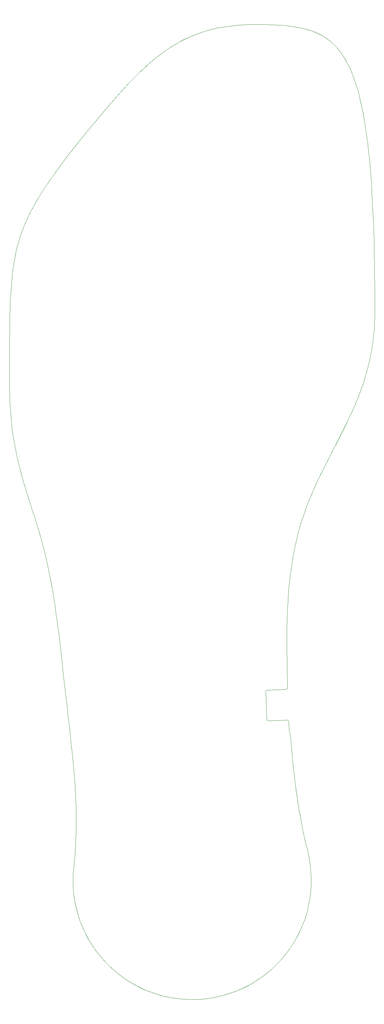
<source format=gm1>
G04 #@! TF.GenerationSoftware,KiCad,Pcbnew,(5.0.0)*
G04 #@! TF.CreationDate,2020-01-29T13:43:46+01:00*
G04 #@! TF.ProjectId,Insole_PCB,496E736F6C655F5043422E6B69636164,rev?*
G04 #@! TF.SameCoordinates,Original*
G04 #@! TF.FileFunction,Profile,NP*
%FSLAX46Y46*%
G04 Gerber Fmt 4.6, Leading zero omitted, Abs format (unit mm)*
G04 Created by KiCad (PCBNEW (5.0.0)) date 01/29/20 13:43:46*
%MOMM*%
%LPD*%
G01*
G04 APERTURE LIST*
%ADD10C,0.100000*%
G04 APERTURE END LIST*
D10*
X124822224Y-132579395D02*
X124490904Y-130733200D01*
X125584346Y-136096733D02*
X125187716Y-134364257D01*
X123730009Y-124746098D02*
X123562328Y-122578257D01*
X123942188Y-126823821D02*
X123730009Y-124746098D01*
X124196650Y-128817244D02*
X123942188Y-126823821D01*
X124490904Y-130733200D02*
X124196650Y-128817244D01*
X126008966Y-137786087D02*
X125584346Y-136096733D01*
X125187716Y-134364257D02*
X124822224Y-132579395D01*
X137250170Y-191724565D02*
X137011024Y-189581776D01*
X138406022Y-201949793D02*
X138181482Y-199971595D01*
X138625759Y-203900899D02*
X138625422Y-203897599D01*
X141329619Y-252637310D02*
X140779202Y-250993700D01*
X140779202Y-250993700D02*
X140323785Y-249321270D01*
X140119818Y-220463121D02*
X139896690Y-216910735D01*
X139477209Y-242454159D02*
X139512819Y-240721201D01*
X137486766Y-193836303D02*
X137250170Y-191724565D01*
X143531288Y-257341920D02*
X142707923Y-255816640D01*
X137721047Y-195914982D02*
X137486766Y-193836303D01*
X138181422Y-199971293D02*
X137952812Y-197959912D01*
X138181482Y-199971595D02*
X138181422Y-199971293D01*
X138406196Y-201951493D02*
X138406022Y-201949793D01*
X139893790Y-216871725D02*
X139597626Y-213280698D01*
X139043322Y-207709664D02*
X138838869Y-205821885D01*
X140290999Y-227697615D02*
X140288599Y-225909334D01*
X150163190Y-265288350D02*
X148874016Y-264129710D01*
X139703606Y-245911986D02*
X139540879Y-244186314D01*
X146505011Y-261600750D02*
X145432951Y-260238730D01*
X140323785Y-249321270D02*
X139964860Y-247625507D01*
X139595126Y-213252128D02*
X139240522Y-209594054D01*
X136004850Y-180776303D02*
X135450322Y-176362849D01*
X140117323Y-233247915D02*
X140205493Y-231413582D01*
X138625422Y-203897599D02*
X138406196Y-201951493D01*
X134491503Y-169808396D02*
X134138082Y-167721589D01*
X145432951Y-260238730D02*
X144440627Y-258817560D01*
X137011024Y-189581776D02*
X137010922Y-189580576D01*
X126458328Y-139441710D02*
X126008966Y-137786087D01*
X126929063Y-141072917D02*
X126458328Y-139441710D01*
X147653291Y-262899160D02*
X146505011Y-261600750D01*
X127416897Y-142686062D02*
X126929063Y-141072917D01*
X131028759Y-154244567D02*
X130524375Y-152535404D01*
X128435561Y-145912646D02*
X127416897Y-142686062D01*
X139540879Y-244186314D02*
X139477209Y-242454159D01*
X142707923Y-255816640D02*
X141973231Y-254246710D01*
X129477352Y-149163014D02*
X128435561Y-145912646D01*
X135146824Y-174139096D02*
X134832048Y-171979987D01*
X139838676Y-237045411D02*
X139992369Y-235169493D01*
X137010922Y-189580576D02*
X136521719Y-185220205D01*
X132011777Y-157835347D02*
X131535206Y-156044016D01*
X137952812Y-197959912D02*
X137721047Y-195914982D01*
X139994869Y-235136013D02*
X140115423Y-233281625D01*
X140257296Y-224057019D02*
X140119453Y-220460707D01*
X130516175Y-152508387D02*
X129482852Y-149180379D01*
X140288316Y-225878514D02*
X140258496Y-224099549D01*
X141973231Y-254246710D02*
X141329619Y-252637310D01*
X131527706Y-156016357D02*
X131035759Y-154268739D01*
X132478389Y-159704706D02*
X132019577Y-157865449D01*
X148874016Y-264129710D02*
X147653291Y-262899160D01*
X144440627Y-258817560D02*
X143531288Y-257341920D01*
X139239022Y-209578824D02*
X139044097Y-207716764D01*
X132925171Y-161626002D02*
X132485989Y-159736096D01*
X136520822Y-185212205D02*
X136007050Y-180794603D01*
X133350396Y-163599498D02*
X132932271Y-161657682D01*
X140264297Y-229530612D02*
X140290807Y-227729735D01*
X139512819Y-240721201D02*
X139650437Y-238956424D01*
X135447522Y-176341799D02*
X135149424Y-174157206D01*
X139964860Y-247625507D02*
X139703606Y-245911986D01*
X134133282Y-167694699D02*
X133758712Y-165652705D01*
X138838322Y-205816785D02*
X138625759Y-203900899D01*
X139650437Y-238956424D02*
X139835676Y-237078381D01*
X133753112Y-165623495D02*
X133356796Y-163630378D01*
X140206793Y-231380012D02*
X140263563Y-229563652D01*
X134828848Y-171958797D02*
X134495503Y-169832576D01*
X159084889Y-270535380D02*
X157480687Y-269878890D01*
X164085592Y-271940240D02*
X162392760Y-271567740D01*
X170986061Y-272447560D02*
X169252871Y-272469260D01*
X167521279Y-272391760D02*
X165796968Y-272215210D01*
X181102385Y-270259420D02*
X179477873Y-270863890D01*
X191149513Y-263599860D02*
X189889779Y-264790450D01*
X198912575Y-250265110D02*
X198403522Y-251922000D01*
X199860476Y-245158039D02*
X199642248Y-246877571D01*
X199743089Y-238239933D02*
X199921113Y-239964098D01*
X199642248Y-246877571D02*
X199325936Y-248581789D01*
X174434510Y-272106940D02*
X172715163Y-272326640D01*
X151516583Y-266371290D02*
X150163190Y-265288350D01*
X169252871Y-272469260D02*
X167521279Y-272391760D01*
X176138458Y-271789170D02*
X174434510Y-272106940D01*
X194491982Y-259623860D02*
X193454392Y-261012320D01*
X189889779Y-264790450D02*
X188563950Y-265906960D01*
X198403522Y-251922000D02*
X197800448Y-253547030D01*
X199466651Y-236528796D02*
X199743089Y-238239933D01*
X154398067Y-268296090D02*
X152929751Y-267374960D01*
X162392760Y-271567740D02*
X160724036Y-271098950D01*
X179477873Y-270863890D02*
X177821420Y-271374360D01*
X199979903Y-243428829D02*
X199860476Y-245158039D01*
X182689628Y-269562940D02*
X181102385Y-270259420D01*
X197800448Y-253547030D02*
X197105330Y-255134860D01*
X185731614Y-267903380D02*
X184234391Y-268776740D01*
X187176381Y-266945740D02*
X185731614Y-267903380D01*
X188563950Y-265906960D02*
X187176381Y-266945740D01*
X192339017Y-262339110D02*
X191149513Y-263599860D01*
X199921113Y-239964098D02*
X200000143Y-241695623D01*
X195448379Y-258178270D02*
X194491982Y-259623860D01*
X197105330Y-255134860D02*
X196320449Y-256680310D01*
X196320449Y-256680310D02*
X195448379Y-258178270D01*
X200000143Y-241695623D02*
X199979903Y-243428829D01*
X152929751Y-267374960D02*
X151516583Y-266371290D01*
X172715163Y-272326640D02*
X170986061Y-272447560D01*
X199325936Y-248581789D02*
X198912575Y-250265110D01*
X157480687Y-269878890D02*
X155916705Y-269131650D01*
X165796968Y-272215210D02*
X164085592Y-271940240D01*
X155916705Y-269131650D02*
X154398067Y-268296090D01*
X177821420Y-271374360D02*
X176138458Y-271789170D01*
X184234391Y-268776740D02*
X182689628Y-269562940D01*
X160724036Y-271098950D02*
X159084889Y-270535380D01*
X193454392Y-261012320D02*
X192339017Y-262339110D01*
X193148194Y-25070957D02*
X194077814Y-25164257D01*
X170207515Y-27512247D02*
X171157091Y-27150267D01*
X166699929Y-29146437D02*
X167537207Y-28711847D01*
X149154159Y-44717057D02*
X151426263Y-42150497D01*
X154957899Y-38387777D02*
X156178724Y-37170637D01*
X181498676Y-24978257D02*
X182895659Y-24884757D01*
X173158547Y-26489487D02*
X174215129Y-26193067D01*
X167537207Y-28711847D02*
X168399621Y-28294017D01*
X201905058Y-27200147D02*
X202551643Y-27534227D01*
X157428333Y-35978087D02*
X158711898Y-34814397D01*
X138508883Y-57681062D02*
X140530564Y-55101345D01*
X191206650Y-24931857D02*
X192191148Y-24993857D01*
X201236143Y-26892767D02*
X201905058Y-27200147D01*
X200543796Y-26610947D02*
X201236143Y-26892767D01*
X190200627Y-24884057D02*
X191206650Y-24931857D01*
X168399621Y-28294017D02*
X169289062Y-27893827D01*
X199827070Y-26353637D02*
X200543796Y-26610947D01*
X161405895Y-32592117D02*
X162831310Y-31543457D01*
X174215129Y-26193067D02*
X175312250Y-25921017D01*
X156178724Y-37170637D02*
X157428333Y-35978087D01*
X194980039Y-25274817D02*
X195854951Y-25403637D01*
X151426263Y-42150497D02*
X153765950Y-39620907D01*
X177638483Y-25455697D02*
X178872976Y-25265487D01*
X146930431Y-47307977D02*
X149154159Y-44717057D01*
X182895659Y-24884757D02*
X184352685Y-24827257D01*
X172140001Y-26808967D02*
X173158547Y-26489487D01*
X180158756Y-25105757D02*
X181498676Y-24978257D01*
X153765950Y-39620907D02*
X154957899Y-38387777D01*
X175312250Y-25921017D02*
X176452485Y-25674727D01*
X142614491Y-52508929D02*
X144750035Y-49908741D01*
X199085181Y-26119927D02*
X199827070Y-26353637D01*
X184352685Y-24827257D02*
X185877720Y-24807557D01*
X164320901Y-30543507D02*
X165896802Y-29590967D01*
X198317469Y-25908927D02*
X199085181Y-26119927D01*
X178872976Y-25265487D02*
X180158756Y-25105757D01*
X197523439Y-25719797D02*
X198317469Y-25908927D01*
X169289062Y-27893827D02*
X170207515Y-27512247D01*
X144750035Y-49908741D02*
X146930431Y-47307977D01*
X140530564Y-55101345D02*
X142614491Y-52508929D01*
X176452485Y-25674727D02*
X177638483Y-25455697D01*
X136562669Y-60244319D02*
X138508883Y-57681062D01*
X196702696Y-25551657D02*
X197523439Y-25719797D01*
X195854951Y-25403637D02*
X196702696Y-25551657D01*
X171157091Y-27150267D02*
X172140001Y-26808967D01*
X162831310Y-31543457D02*
X164320901Y-30543507D01*
X194077814Y-25164257D02*
X194980039Y-25274817D01*
X185877720Y-24807557D02*
X188086850Y-24824957D01*
X192191148Y-24993857D02*
X193148194Y-25070957D01*
X188086850Y-24824957D02*
X190200627Y-24884057D01*
X165896802Y-29590967D02*
X166699929Y-29146437D01*
X160035432Y-33684117D02*
X161405895Y-32592117D01*
X158711898Y-34814397D02*
X160035432Y-33684117D01*
X132956119Y-65311094D02*
X133816749Y-64052606D01*
X132126073Y-66564662D02*
X132956119Y-65311094D01*
X129838302Y-70306630D02*
X130565406Y-69060818D01*
X125440828Y-80766479D02*
X125848828Y-79346045D01*
X131328558Y-67814132D02*
X132126073Y-66564662D01*
X130565406Y-69060818D02*
X131328558Y-67814132D01*
X127886861Y-74069414D02*
X128497924Y-72806986D01*
X127316192Y-75347056D02*
X127886861Y-74069414D01*
X126786278Y-76646683D02*
X127316192Y-75347056D01*
X123343902Y-111413483D02*
X123346402Y-109509945D01*
X123349012Y-116736679D02*
X123342812Y-115488412D01*
X123504832Y-97021090D02*
X123550382Y-95747705D01*
X126297209Y-77976478D02*
X126786278Y-76646683D01*
X123562328Y-122578257D02*
X123440722Y-120310088D01*
X123987702Y-89118000D02*
X124090511Y-88155950D01*
X123342812Y-115488412D02*
X123342949Y-113406511D01*
X125848828Y-79346045D02*
X126297209Y-77976478D01*
X125072773Y-82250326D02*
X125440828Y-80766479D01*
X123407592Y-101190347D02*
X123433892Y-99739146D01*
X124744143Y-83811562D02*
X125072773Y-82250326D01*
X124452985Y-85473013D02*
X124744143Y-83811562D01*
X123550382Y-95747705D02*
X123603202Y-94527246D01*
X123346402Y-109509945D02*
X123351302Y-107691631D01*
X124090511Y-88155950D02*
X124202434Y-87227978D01*
X123893822Y-90116561D02*
X123987702Y-89118000D01*
X123367472Y-117954814D02*
X123349012Y-116736679D01*
X123732042Y-92233283D02*
X123808682Y-91154123D01*
X123351302Y-107691631D02*
X123359202Y-105954425D01*
X123663642Y-93356734D02*
X123732042Y-92233283D01*
X123603202Y-94527246D02*
X123663642Y-93356734D01*
X123466142Y-98350502D02*
X123504832Y-97021090D01*
X123440722Y-120310088D02*
X123398152Y-119147774D01*
X123386752Y-102707557D02*
X123407592Y-101190347D01*
X123359202Y-105954425D02*
X123370812Y-104294345D01*
X123370812Y-104294345D02*
X123386752Y-102707557D01*
X123398152Y-119147774D02*
X123367472Y-117954814D01*
X129148728Y-71554195D02*
X129838302Y-70306630D01*
X123342949Y-113406511D02*
X123343902Y-111413483D01*
X134702887Y-62793162D02*
X136562669Y-60244319D01*
X133816749Y-64052606D02*
X134702887Y-62793162D01*
X128497924Y-72806986D02*
X129148728Y-71554195D01*
X124202434Y-87227978D02*
X124323619Y-86331735D01*
X123808682Y-91154123D02*
X123893822Y-90116561D01*
X124323619Y-86331735D02*
X124452985Y-85473013D01*
X123433892Y-99739146D02*
X123466142Y-98350502D01*
X198637252Y-232955686D02*
X199084426Y-234800309D01*
X194080354Y-171068891D02*
X193961571Y-173334851D01*
X195569701Y-214532288D02*
X195821069Y-216667989D01*
X198144453Y-149160707D02*
X197444453Y-151310707D01*
X195019453Y-162010707D02*
X194694453Y-164260707D01*
X195117344Y-210150492D02*
X195332668Y-212334289D01*
X200519453Y-143110707D02*
X199687280Y-145057439D01*
X197045575Y-225054781D02*
X197401946Y-227047906D01*
X195794453Y-157635707D02*
X195369453Y-159785707D01*
X195334568Y-212352389D02*
X195567501Y-214512918D01*
X194694453Y-164260707D02*
X194444453Y-166485707D01*
X198894453Y-147085707D02*
X198144453Y-149160707D01*
X196097123Y-218820386D02*
X196387959Y-220902425D01*
X206232042Y-131522789D02*
X204271657Y-135324125D01*
X193960171Y-173365691D02*
X193875891Y-175646204D01*
X196391459Y-220926085D02*
X196703308Y-222979453D01*
X195369453Y-159785707D02*
X195019453Y-162010707D01*
X199084426Y-234800309D02*
X199466651Y-236528796D01*
X198202471Y-231026891D02*
X198629952Y-232924146D01*
X204259917Y-135347285D02*
X202344453Y-139185707D01*
X194240301Y-168785090D02*
X194082554Y-171033621D01*
X195823569Y-216688689D02*
X196094223Y-218798236D01*
X194719453Y-205635707D02*
X195115044Y-210125402D01*
X202340121Y-139192555D02*
X201444453Y-141110707D01*
X193820469Y-177998495D02*
X193788459Y-182607269D01*
X196707308Y-223004583D02*
X197041075Y-225028261D01*
X196843331Y-153353554D02*
X196294453Y-155435707D01*
X197792496Y-229066788D02*
X198195871Y-230996491D01*
X193875068Y-175672894D02*
X193820968Y-177965215D01*
X196294453Y-155435707D02*
X195794453Y-157635707D01*
X199694453Y-145060707D02*
X198894453Y-147085707D01*
X197407146Y-227075886D02*
X197786696Y-229037558D01*
X201444453Y-141110707D02*
X200519453Y-143110707D01*
X193788564Y-182643899D02*
X193844453Y-187285707D01*
X194444453Y-166485707D02*
X194243501Y-168745110D01*
X197444957Y-151310965D02*
X196843331Y-153353554D01*
X215926692Y-79978199D02*
X215991972Y-82734961D01*
X216029142Y-101524225D02*
X215945292Y-102711885D01*
X215538668Y-69806346D02*
X215655087Y-72223590D01*
X212763383Y-45364217D02*
X213063335Y-46815807D01*
X213619125Y-49921230D02*
X213875059Y-51577448D01*
X207062705Y-31363227D02*
X207558615Y-32016897D01*
X216131932Y-94655830D02*
X216137632Y-97857923D01*
X216125462Y-99101430D02*
X216089272Y-100320829D01*
X204938915Y-29166567D02*
X205492087Y-29657547D01*
X215409004Y-67470794D02*
X215538668Y-69806346D01*
X214116453Y-53304271D02*
X214343401Y-55102894D01*
X208510671Y-33464987D02*
X208966856Y-34263437D01*
X211416606Y-40204137D02*
X211775247Y-41399637D01*
X205492087Y-29657547D02*
X206029944Y-30185817D01*
X215655087Y-72223590D02*
X215758442Y-74723804D01*
X214938795Y-60941725D02*
X215109233Y-63039738D01*
X213875059Y-51577448D02*
X214116453Y-53304271D01*
X214754441Y-58920398D02*
X214938795Y-60941725D01*
X214556021Y-56974536D02*
X214754441Y-58920398D01*
X213348572Y-48334417D02*
X213619125Y-49921230D01*
X215758442Y-74723804D02*
X215848912Y-77308245D01*
X213063335Y-46815807D02*
X213348572Y-48334417D01*
X206029944Y-30185817D02*
X206553286Y-30753617D01*
X202551643Y-27534227D02*
X203177063Y-27896317D01*
X216044932Y-85579809D02*
X216085782Y-88514038D01*
X215109233Y-63039738D02*
X215265917Y-65215677D01*
X208966856Y-34263437D02*
X209409672Y-35113977D01*
X208180831Y-127701513D02*
X206232042Y-131522789D01*
X209123301Y-125785406D02*
X208180831Y-127701513D01*
X210037185Y-123852151D02*
X209123301Y-125785406D01*
X210913014Y-121900070D02*
X210037185Y-123852151D01*
X210254483Y-36978037D02*
X210656065Y-37994657D01*
X215991972Y-82734961D02*
X216044932Y-85579809D01*
X211743044Y-119924448D02*
X210913014Y-121900070D01*
X208041244Y-32716797D02*
X208510671Y-33464987D01*
X216089272Y-100320829D02*
X216029142Y-101524225D01*
X215265917Y-65215677D02*
X215409004Y-67470794D01*
X211775247Y-41399637D02*
X212119302Y-42657337D01*
X211043496Y-39069567D02*
X211416606Y-40204137D01*
X209409672Y-35113977D02*
X209838952Y-36018317D01*
X214343401Y-55102894D02*
X214556021Y-56974536D01*
X212119302Y-42657337D02*
X212448699Y-43978467D01*
X203782574Y-28287907D02*
X204369453Y-28710707D01*
X214962647Y-109527455D02*
X214463631Y-111691639D01*
X215554428Y-106183666D02*
X215380555Y-107301593D01*
X212519871Y-117920536D02*
X211743044Y-119924448D01*
X210656065Y-37994657D02*
X211043496Y-39069567D01*
X213236504Y-115883577D02*
X212519871Y-117920536D01*
X206553286Y-30753617D02*
X207062705Y-31363227D01*
X213886429Y-113808834D02*
X213236504Y-115883577D01*
X215848912Y-77308245D02*
X215926692Y-79978199D01*
X216085782Y-88514038D02*
X216114712Y-91538946D01*
X209838952Y-36018317D02*
X210254483Y-36978037D01*
X214463631Y-111691639D02*
X213886429Y-113808834D01*
X215380555Y-107301593D02*
X214962647Y-109527455D01*
X215707580Y-105041235D02*
X215554428Y-106183666D01*
X203177063Y-27896317D02*
X203782574Y-28287907D01*
X207558615Y-32016897D02*
X208041244Y-32716797D01*
X215837995Y-103884103D02*
X215707580Y-105041235D01*
X216137632Y-97857923D02*
X216125462Y-99101430D01*
X212448699Y-43978467D02*
X212763383Y-45364217D01*
X215945292Y-102711885D02*
X215837995Y-103884103D01*
X216114712Y-91538946D02*
X216131932Y-94655830D01*
X204369453Y-28710707D02*
X204938915Y-29166567D01*
X188729453Y-201320707D02*
X188479453Y-194190707D01*
X188729454Y-201319361D02*
G75*
G03X189175647Y-201680707I401061J39080D01*
G01*
X193919453Y-201510707D02*
X189169453Y-201680707D01*
X188759637Y-193892814D02*
G75*
G03X188479453Y-194180707I26761J-306331D01*
G01*
X194269952Y-201806623D02*
G75*
G03X193919453Y-201510707I-320499J-24084D01*
G01*
X193623537Y-193720706D02*
G75*
G03X193919453Y-193370207I-24084J320499D01*
G01*
X194269453Y-201810707D02*
X194366773Y-204063976D01*
X194366773Y-204063976D02*
X194719453Y-205635707D01*
X193619453Y-193720707D02*
X188759453Y-193890707D01*
X193844453Y-187285707D02*
X193919453Y-193360707D01*
M02*

</source>
